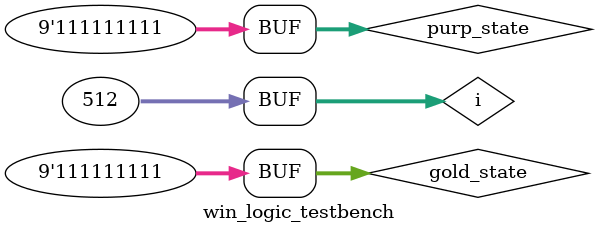
<source format=sv>

module win_logic (purp_state, gold_state, game_finished, purple_win, gold_win);
    input logic [8:0] purp_state, gold_state;  //current pattern of purple and gold squares on the game board

    output logic game_finished;  //signal if the game is already finished
    output logic purple_win, gold_win; //signal for who is the winner

	 // The always comb bloc check the input purp_state and gold_state values
	// It sets the values of two win signals and also the game_finished flag
    always_comb begin
        if ((purp_state & 9'b111000000) == 9'b111000000 | (purp_state & 9'b000111000) == 9'b000111000 | (purp_state & 9'b000000111) == 9'b000000111 | // Purple has won
            (purp_state & 9'b100100100) == 9'b100100100 | (purp_state & 9'b010010010) == 9'b010010010 | (purp_state & 9'b001001001) == 9'b001001001 |
            (purp_state & 9'b100010001) == 9'b100010001 | (purp_state & 9'b001010100) == 9'b001010100 ) begin
                purple_win = 1;
                gold_win = 0;
                game_finished = 1;
        end else if((gold_state & 9'b111000000) == 9'b111000000 | (gold_state & 9'b000111000) == 9'b000111000 | (gold_state & 9'b000000111) == 9'b000000111 | // Purple has won
            (gold_state & 9'b100100100) == 9'b100100100 | (gold_state & 9'b010010010) == 9'b010010010 | (gold_state & 9'b001001001) == 9'b001001001 |
            (gold_state & 9'b100010001) == 9'b100010001 | (gold_state & 9'b001010100) == 9'b001010100) begin
                purple_win = 0;
                gold_win = 1;
                game_finished = 1;
        end else if ((purp_state | gold_state) == 9'b111111111) begin // Game is a tie
                purple_win = 0;
                gold_win = 0;
                game_finished = 1;
        end else begin // nobody has won yet
                purple_win = 0;
                gold_win = 0;
                game_finished = 0;
        end
    end
endmodule

// the win_logic_testbench tests 512 different values for each of the color states.
module win_logic_testbench();
		logic [8:0] purp_state, gold_state;
        logic game_finished;
        logic purple_win, gold_win;
		
        win_logic dut (.purp_state, .gold_state, .game_finished, .purple_win, .gold_win);	

		integer i;
        initial begin
                for(i=0; i<512; i++) begin
                    {purp_state} = i; #10;
                    {gold_state} = i; #10;
                end
        end
endmodule
</source>
